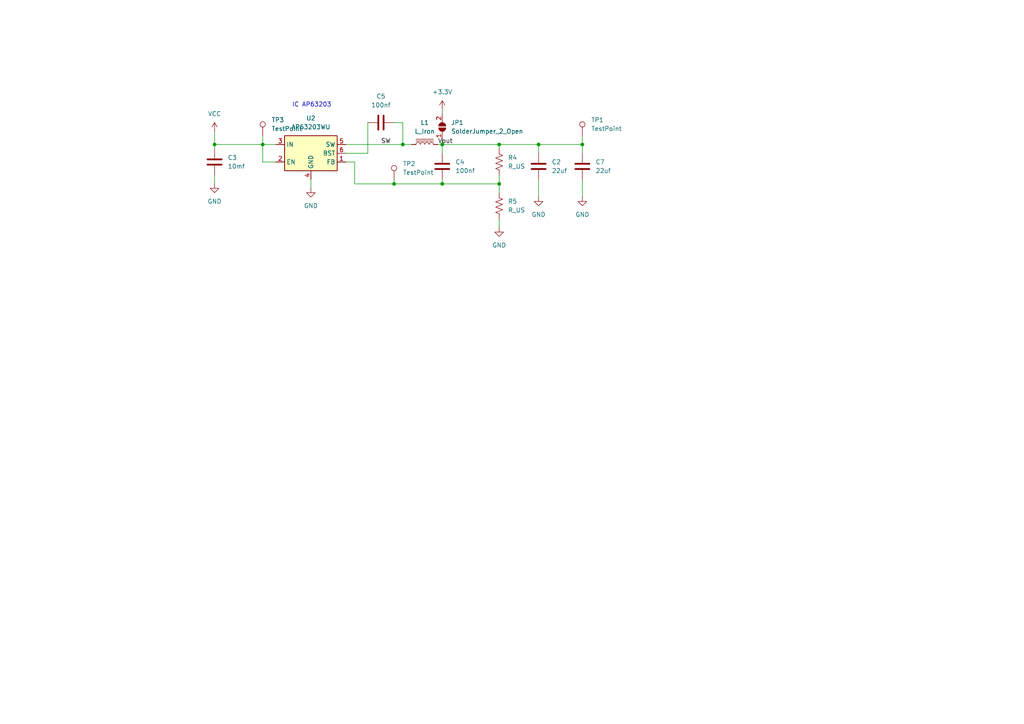
<source format=kicad_sch>
(kicad_sch
	(version 20231120)
	(generator "eeschema")
	(generator_version "8.0")
	(uuid "f319de47-5758-40a6-b80b-836c8115c4c8")
	(paper "A4")
	(lib_symbols
		(symbol "Connector:TestPoint"
			(pin_numbers hide)
			(pin_names
				(offset 0.762) hide)
			(exclude_from_sim no)
			(in_bom yes)
			(on_board yes)
			(property "Reference" "TP"
				(at 0 6.858 0)
				(effects
					(font
						(size 1.27 1.27)
					)
				)
			)
			(property "Value" "TestPoint"
				(at 0 5.08 0)
				(effects
					(font
						(size 1.27 1.27)
					)
				)
			)
			(property "Footprint" ""
				(at 5.08 0 0)
				(effects
					(font
						(size 1.27 1.27)
					)
					(hide yes)
				)
			)
			(property "Datasheet" "~"
				(at 5.08 0 0)
				(effects
					(font
						(size 1.27 1.27)
					)
					(hide yes)
				)
			)
			(property "Description" "test point"
				(at 0 0 0)
				(effects
					(font
						(size 1.27 1.27)
					)
					(hide yes)
				)
			)
			(property "ki_keywords" "test point tp"
				(at 0 0 0)
				(effects
					(font
						(size 1.27 1.27)
					)
					(hide yes)
				)
			)
			(property "ki_fp_filters" "Pin* Test*"
				(at 0 0 0)
				(effects
					(font
						(size 1.27 1.27)
					)
					(hide yes)
				)
			)
			(symbol "TestPoint_0_1"
				(circle
					(center 0 3.302)
					(radius 0.762)
					(stroke
						(width 0)
						(type default)
					)
					(fill
						(type none)
					)
				)
			)
			(symbol "TestPoint_1_1"
				(pin passive line
					(at 0 0 90)
					(length 2.54)
					(name "1"
						(effects
							(font
								(size 1.27 1.27)
							)
						)
					)
					(number "1"
						(effects
							(font
								(size 1.27 1.27)
							)
						)
					)
				)
			)
		)
		(symbol "Device:C"
			(pin_numbers hide)
			(pin_names
				(offset 0.254)
			)
			(exclude_from_sim no)
			(in_bom yes)
			(on_board yes)
			(property "Reference" "C"
				(at 0.635 2.54 0)
				(effects
					(font
						(size 1.27 1.27)
					)
					(justify left)
				)
			)
			(property "Value" "C"
				(at 0.635 -2.54 0)
				(effects
					(font
						(size 1.27 1.27)
					)
					(justify left)
				)
			)
			(property "Footprint" ""
				(at 0.9652 -3.81 0)
				(effects
					(font
						(size 1.27 1.27)
					)
					(hide yes)
				)
			)
			(property "Datasheet" "~"
				(at 0 0 0)
				(effects
					(font
						(size 1.27 1.27)
					)
					(hide yes)
				)
			)
			(property "Description" "Unpolarized capacitor"
				(at 0 0 0)
				(effects
					(font
						(size 1.27 1.27)
					)
					(hide yes)
				)
			)
			(property "ki_keywords" "cap capacitor"
				(at 0 0 0)
				(effects
					(font
						(size 1.27 1.27)
					)
					(hide yes)
				)
			)
			(property "ki_fp_filters" "C_*"
				(at 0 0 0)
				(effects
					(font
						(size 1.27 1.27)
					)
					(hide yes)
				)
			)
			(symbol "C_0_1"
				(polyline
					(pts
						(xy -2.032 -0.762) (xy 2.032 -0.762)
					)
					(stroke
						(width 0.508)
						(type default)
					)
					(fill
						(type none)
					)
				)
				(polyline
					(pts
						(xy -2.032 0.762) (xy 2.032 0.762)
					)
					(stroke
						(width 0.508)
						(type default)
					)
					(fill
						(type none)
					)
				)
			)
			(symbol "C_1_1"
				(pin passive line
					(at 0 3.81 270)
					(length 2.794)
					(name "~"
						(effects
							(font
								(size 1.27 1.27)
							)
						)
					)
					(number "1"
						(effects
							(font
								(size 1.27 1.27)
							)
						)
					)
				)
				(pin passive line
					(at 0 -3.81 90)
					(length 2.794)
					(name "~"
						(effects
							(font
								(size 1.27 1.27)
							)
						)
					)
					(number "2"
						(effects
							(font
								(size 1.27 1.27)
							)
						)
					)
				)
			)
		)
		(symbol "Device:L_Iron"
			(pin_numbers hide)
			(pin_names
				(offset 1.016) hide)
			(exclude_from_sim no)
			(in_bom yes)
			(on_board yes)
			(property "Reference" "L"
				(at -1.27 0 90)
				(effects
					(font
						(size 1.27 1.27)
					)
				)
			)
			(property "Value" "L_Iron"
				(at 2.794 0 90)
				(effects
					(font
						(size 1.27 1.27)
					)
				)
			)
			(property "Footprint" ""
				(at 0 0 0)
				(effects
					(font
						(size 1.27 1.27)
					)
					(hide yes)
				)
			)
			(property "Datasheet" "~"
				(at 0 0 0)
				(effects
					(font
						(size 1.27 1.27)
					)
					(hide yes)
				)
			)
			(property "Description" "Inductor with iron core"
				(at 0 0 0)
				(effects
					(font
						(size 1.27 1.27)
					)
					(hide yes)
				)
			)
			(property "ki_keywords" "inductor choke coil reactor magnetic"
				(at 0 0 0)
				(effects
					(font
						(size 1.27 1.27)
					)
					(hide yes)
				)
			)
			(property "ki_fp_filters" "Choke_* *Coil* Inductor_* L_*"
				(at 0 0 0)
				(effects
					(font
						(size 1.27 1.27)
					)
					(hide yes)
				)
			)
			(symbol "L_Iron_0_1"
				(arc
					(start 0 -2.54)
					(mid 0.6323 -1.905)
					(end 0 -1.27)
					(stroke
						(width 0)
						(type default)
					)
					(fill
						(type none)
					)
				)
				(arc
					(start 0 -1.27)
					(mid 0.6323 -0.635)
					(end 0 0)
					(stroke
						(width 0)
						(type default)
					)
					(fill
						(type none)
					)
				)
				(polyline
					(pts
						(xy 1.016 2.54) (xy 1.016 -2.54)
					)
					(stroke
						(width 0)
						(type default)
					)
					(fill
						(type none)
					)
				)
				(polyline
					(pts
						(xy 1.524 -2.54) (xy 1.524 2.54)
					)
					(stroke
						(width 0)
						(type default)
					)
					(fill
						(type none)
					)
				)
				(arc
					(start 0 0)
					(mid 0.6323 0.635)
					(end 0 1.27)
					(stroke
						(width 0)
						(type default)
					)
					(fill
						(type none)
					)
				)
				(arc
					(start 0 1.27)
					(mid 0.6323 1.905)
					(end 0 2.54)
					(stroke
						(width 0)
						(type default)
					)
					(fill
						(type none)
					)
				)
			)
			(symbol "L_Iron_1_1"
				(pin passive line
					(at 0 3.81 270)
					(length 1.27)
					(name "1"
						(effects
							(font
								(size 1.27 1.27)
							)
						)
					)
					(number "1"
						(effects
							(font
								(size 1.27 1.27)
							)
						)
					)
				)
				(pin passive line
					(at 0 -3.81 90)
					(length 1.27)
					(name "2"
						(effects
							(font
								(size 1.27 1.27)
							)
						)
					)
					(number "2"
						(effects
							(font
								(size 1.27 1.27)
							)
						)
					)
				)
			)
		)
		(symbol "Device:R_US"
			(pin_numbers hide)
			(pin_names
				(offset 0)
			)
			(exclude_from_sim no)
			(in_bom yes)
			(on_board yes)
			(property "Reference" "R"
				(at 2.54 0 90)
				(effects
					(font
						(size 1.27 1.27)
					)
				)
			)
			(property "Value" "R_US"
				(at -2.54 0 90)
				(effects
					(font
						(size 1.27 1.27)
					)
				)
			)
			(property "Footprint" ""
				(at 1.016 -0.254 90)
				(effects
					(font
						(size 1.27 1.27)
					)
					(hide yes)
				)
			)
			(property "Datasheet" "~"
				(at 0 0 0)
				(effects
					(font
						(size 1.27 1.27)
					)
					(hide yes)
				)
			)
			(property "Description" "Resistor, US symbol"
				(at 0 0 0)
				(effects
					(font
						(size 1.27 1.27)
					)
					(hide yes)
				)
			)
			(property "ki_keywords" "R res resistor"
				(at 0 0 0)
				(effects
					(font
						(size 1.27 1.27)
					)
					(hide yes)
				)
			)
			(property "ki_fp_filters" "R_*"
				(at 0 0 0)
				(effects
					(font
						(size 1.27 1.27)
					)
					(hide yes)
				)
			)
			(symbol "R_US_0_1"
				(polyline
					(pts
						(xy 0 -2.286) (xy 0 -2.54)
					)
					(stroke
						(width 0)
						(type default)
					)
					(fill
						(type none)
					)
				)
				(polyline
					(pts
						(xy 0 2.286) (xy 0 2.54)
					)
					(stroke
						(width 0)
						(type default)
					)
					(fill
						(type none)
					)
				)
				(polyline
					(pts
						(xy 0 -0.762) (xy 1.016 -1.143) (xy 0 -1.524) (xy -1.016 -1.905) (xy 0 -2.286)
					)
					(stroke
						(width 0)
						(type default)
					)
					(fill
						(type none)
					)
				)
				(polyline
					(pts
						(xy 0 0.762) (xy 1.016 0.381) (xy 0 0) (xy -1.016 -0.381) (xy 0 -0.762)
					)
					(stroke
						(width 0)
						(type default)
					)
					(fill
						(type none)
					)
				)
				(polyline
					(pts
						(xy 0 2.286) (xy 1.016 1.905) (xy 0 1.524) (xy -1.016 1.143) (xy 0 0.762)
					)
					(stroke
						(width 0)
						(type default)
					)
					(fill
						(type none)
					)
				)
			)
			(symbol "R_US_1_1"
				(pin passive line
					(at 0 3.81 270)
					(length 1.27)
					(name "~"
						(effects
							(font
								(size 1.27 1.27)
							)
						)
					)
					(number "1"
						(effects
							(font
								(size 1.27 1.27)
							)
						)
					)
				)
				(pin passive line
					(at 0 -3.81 90)
					(length 1.27)
					(name "~"
						(effects
							(font
								(size 1.27 1.27)
							)
						)
					)
					(number "2"
						(effects
							(font
								(size 1.27 1.27)
							)
						)
					)
				)
			)
		)
		(symbol "Jumper:SolderJumper_2_Open"
			(pin_names
				(offset 0) hide)
			(exclude_from_sim no)
			(in_bom yes)
			(on_board yes)
			(property "Reference" "JP"
				(at 0 2.032 0)
				(effects
					(font
						(size 1.27 1.27)
					)
				)
			)
			(property "Value" "SolderJumper_2_Open"
				(at 0 -2.54 0)
				(effects
					(font
						(size 1.27 1.27)
					)
				)
			)
			(property "Footprint" ""
				(at 0 0 0)
				(effects
					(font
						(size 1.27 1.27)
					)
					(hide yes)
				)
			)
			(property "Datasheet" "~"
				(at 0 0 0)
				(effects
					(font
						(size 1.27 1.27)
					)
					(hide yes)
				)
			)
			(property "Description" "Solder Jumper, 2-pole, open"
				(at 0 0 0)
				(effects
					(font
						(size 1.27 1.27)
					)
					(hide yes)
				)
			)
			(property "ki_keywords" "solder jumper SPST"
				(at 0 0 0)
				(effects
					(font
						(size 1.27 1.27)
					)
					(hide yes)
				)
			)
			(property "ki_fp_filters" "SolderJumper*Open*"
				(at 0 0 0)
				(effects
					(font
						(size 1.27 1.27)
					)
					(hide yes)
				)
			)
			(symbol "SolderJumper_2_Open_0_1"
				(arc
					(start -0.254 1.016)
					(mid -1.2656 0)
					(end -0.254 -1.016)
					(stroke
						(width 0)
						(type default)
					)
					(fill
						(type none)
					)
				)
				(arc
					(start -0.254 1.016)
					(mid -1.2656 0)
					(end -0.254 -1.016)
					(stroke
						(width 0)
						(type default)
					)
					(fill
						(type outline)
					)
				)
				(polyline
					(pts
						(xy -0.254 1.016) (xy -0.254 -1.016)
					)
					(stroke
						(width 0)
						(type default)
					)
					(fill
						(type none)
					)
				)
				(polyline
					(pts
						(xy 0.254 1.016) (xy 0.254 -1.016)
					)
					(stroke
						(width 0)
						(type default)
					)
					(fill
						(type none)
					)
				)
				(arc
					(start 0.254 -1.016)
					(mid 1.2656 0)
					(end 0.254 1.016)
					(stroke
						(width 0)
						(type default)
					)
					(fill
						(type none)
					)
				)
				(arc
					(start 0.254 -1.016)
					(mid 1.2656 0)
					(end 0.254 1.016)
					(stroke
						(width 0)
						(type default)
					)
					(fill
						(type outline)
					)
				)
			)
			(symbol "SolderJumper_2_Open_1_1"
				(pin passive line
					(at -3.81 0 0)
					(length 2.54)
					(name "A"
						(effects
							(font
								(size 1.27 1.27)
							)
						)
					)
					(number "1"
						(effects
							(font
								(size 1.27 1.27)
							)
						)
					)
				)
				(pin passive line
					(at 3.81 0 180)
					(length 2.54)
					(name "B"
						(effects
							(font
								(size 1.27 1.27)
							)
						)
					)
					(number "2"
						(effects
							(font
								(size 1.27 1.27)
							)
						)
					)
				)
			)
		)
		(symbol "Regulator_Switching:AP63203WU"
			(exclude_from_sim no)
			(in_bom yes)
			(on_board yes)
			(property "Reference" "U"
				(at -7.62 6.35 0)
				(effects
					(font
						(size 1.27 1.27)
					)
				)
			)
			(property "Value" "AP63203WU"
				(at 2.54 6.35 0)
				(effects
					(font
						(size 1.27 1.27)
					)
				)
			)
			(property "Footprint" "Package_TO_SOT_SMD:TSOT-23-6"
				(at 0 -22.86 0)
				(effects
					(font
						(size 1.27 1.27)
					)
					(hide yes)
				)
			)
			(property "Datasheet" "https://www.diodes.com/assets/Datasheets/AP63200-AP63201-AP63203-AP63205.pdf"
				(at 0 0 0)
				(effects
					(font
						(size 1.27 1.27)
					)
					(hide yes)
				)
			)
			(property "Description" "2A, 1.1MHz Buck DC/DC Converter, fixed 3.3V output voltage, TSOT-23-6"
				(at 0 0 0)
				(effects
					(font
						(size 1.27 1.27)
					)
					(hide yes)
				)
			)
			(property "ki_keywords" "2A Buck DC/DC"
				(at 0 0 0)
				(effects
					(font
						(size 1.27 1.27)
					)
					(hide yes)
				)
			)
			(property "ki_fp_filters" "TSOT?23*"
				(at 0 0 0)
				(effects
					(font
						(size 1.27 1.27)
					)
					(hide yes)
				)
			)
			(symbol "AP63203WU_0_1"
				(rectangle
					(start -7.62 5.08)
					(end 7.62 -5.08)
					(stroke
						(width 0.254)
						(type default)
					)
					(fill
						(type background)
					)
				)
			)
			(symbol "AP63203WU_1_1"
				(pin input line
					(at 10.16 -2.54 180)
					(length 2.54)
					(name "FB"
						(effects
							(font
								(size 1.27 1.27)
							)
						)
					)
					(number "1"
						(effects
							(font
								(size 1.27 1.27)
							)
						)
					)
				)
				(pin input line
					(at -10.16 -2.54 0)
					(length 2.54)
					(name "EN"
						(effects
							(font
								(size 1.27 1.27)
							)
						)
					)
					(number "2"
						(effects
							(font
								(size 1.27 1.27)
							)
						)
					)
				)
				(pin power_in line
					(at -10.16 2.54 0)
					(length 2.54)
					(name "IN"
						(effects
							(font
								(size 1.27 1.27)
							)
						)
					)
					(number "3"
						(effects
							(font
								(size 1.27 1.27)
							)
						)
					)
				)
				(pin power_in line
					(at 0 -7.62 90)
					(length 2.54)
					(name "GND"
						(effects
							(font
								(size 1.27 1.27)
							)
						)
					)
					(number "4"
						(effects
							(font
								(size 1.27 1.27)
							)
						)
					)
				)
				(pin output line
					(at 10.16 2.54 180)
					(length 2.54)
					(name "SW"
						(effects
							(font
								(size 1.27 1.27)
							)
						)
					)
					(number "5"
						(effects
							(font
								(size 1.27 1.27)
							)
						)
					)
				)
				(pin passive line
					(at 10.16 0 180)
					(length 2.54)
					(name "BST"
						(effects
							(font
								(size 1.27 1.27)
							)
						)
					)
					(number "6"
						(effects
							(font
								(size 1.27 1.27)
							)
						)
					)
				)
			)
		)
		(symbol "power:+3.3V"
			(power)
			(pin_numbers hide)
			(pin_names
				(offset 0) hide)
			(exclude_from_sim no)
			(in_bom yes)
			(on_board yes)
			(property "Reference" "#PWR"
				(at 0 -3.81 0)
				(effects
					(font
						(size 1.27 1.27)
					)
					(hide yes)
				)
			)
			(property "Value" "+3.3V"
				(at 0 3.556 0)
				(effects
					(font
						(size 1.27 1.27)
					)
				)
			)
			(property "Footprint" ""
				(at 0 0 0)
				(effects
					(font
						(size 1.27 1.27)
					)
					(hide yes)
				)
			)
			(property "Datasheet" ""
				(at 0 0 0)
				(effects
					(font
						(size 1.27 1.27)
					)
					(hide yes)
				)
			)
			(property "Description" "Power symbol creates a global label with name \"+3.3V\""
				(at 0 0 0)
				(effects
					(font
						(size 1.27 1.27)
					)
					(hide yes)
				)
			)
			(property "ki_keywords" "global power"
				(at 0 0 0)
				(effects
					(font
						(size 1.27 1.27)
					)
					(hide yes)
				)
			)
			(symbol "+3.3V_0_1"
				(polyline
					(pts
						(xy -0.762 1.27) (xy 0 2.54)
					)
					(stroke
						(width 0)
						(type default)
					)
					(fill
						(type none)
					)
				)
				(polyline
					(pts
						(xy 0 0) (xy 0 2.54)
					)
					(stroke
						(width 0)
						(type default)
					)
					(fill
						(type none)
					)
				)
				(polyline
					(pts
						(xy 0 2.54) (xy 0.762 1.27)
					)
					(stroke
						(width 0)
						(type default)
					)
					(fill
						(type none)
					)
				)
			)
			(symbol "+3.3V_1_1"
				(pin power_in line
					(at 0 0 90)
					(length 0)
					(name "~"
						(effects
							(font
								(size 1.27 1.27)
							)
						)
					)
					(number "1"
						(effects
							(font
								(size 1.27 1.27)
							)
						)
					)
				)
			)
		)
		(symbol "power:GND"
			(power)
			(pin_numbers hide)
			(pin_names
				(offset 0) hide)
			(exclude_from_sim no)
			(in_bom yes)
			(on_board yes)
			(property "Reference" "#PWR"
				(at 0 -6.35 0)
				(effects
					(font
						(size 1.27 1.27)
					)
					(hide yes)
				)
			)
			(property "Value" "GND"
				(at 0 -3.81 0)
				(effects
					(font
						(size 1.27 1.27)
					)
				)
			)
			(property "Footprint" ""
				(at 0 0 0)
				(effects
					(font
						(size 1.27 1.27)
					)
					(hide yes)
				)
			)
			(property "Datasheet" ""
				(at 0 0 0)
				(effects
					(font
						(size 1.27 1.27)
					)
					(hide yes)
				)
			)
			(property "Description" "Power symbol creates a global label with name \"GND\" , ground"
				(at 0 0 0)
				(effects
					(font
						(size 1.27 1.27)
					)
					(hide yes)
				)
			)
			(property "ki_keywords" "global power"
				(at 0 0 0)
				(effects
					(font
						(size 1.27 1.27)
					)
					(hide yes)
				)
			)
			(symbol "GND_0_1"
				(polyline
					(pts
						(xy 0 0) (xy 0 -1.27) (xy 1.27 -1.27) (xy 0 -2.54) (xy -1.27 -1.27) (xy 0 -1.27)
					)
					(stroke
						(width 0)
						(type default)
					)
					(fill
						(type none)
					)
				)
			)
			(symbol "GND_1_1"
				(pin power_in line
					(at 0 0 270)
					(length 0)
					(name "~"
						(effects
							(font
								(size 1.27 1.27)
							)
						)
					)
					(number "1"
						(effects
							(font
								(size 1.27 1.27)
							)
						)
					)
				)
			)
		)
		(symbol "power:VCC"
			(power)
			(pin_numbers hide)
			(pin_names
				(offset 0) hide)
			(exclude_from_sim no)
			(in_bom yes)
			(on_board yes)
			(property "Reference" "#PWR"
				(at 0 -3.81 0)
				(effects
					(font
						(size 1.27 1.27)
					)
					(hide yes)
				)
			)
			(property "Value" "VCC"
				(at 0 3.556 0)
				(effects
					(font
						(size 1.27 1.27)
					)
				)
			)
			(property "Footprint" ""
				(at 0 0 0)
				(effects
					(font
						(size 1.27 1.27)
					)
					(hide yes)
				)
			)
			(property "Datasheet" ""
				(at 0 0 0)
				(effects
					(font
						(size 1.27 1.27)
					)
					(hide yes)
				)
			)
			(property "Description" "Power symbol creates a global label with name \"VCC\""
				(at 0 0 0)
				(effects
					(font
						(size 1.27 1.27)
					)
					(hide yes)
				)
			)
			(property "ki_keywords" "global power"
				(at 0 0 0)
				(effects
					(font
						(size 1.27 1.27)
					)
					(hide yes)
				)
			)
			(symbol "VCC_0_1"
				(polyline
					(pts
						(xy -0.762 1.27) (xy 0 2.54)
					)
					(stroke
						(width 0)
						(type default)
					)
					(fill
						(type none)
					)
				)
				(polyline
					(pts
						(xy 0 0) (xy 0 2.54)
					)
					(stroke
						(width 0)
						(type default)
					)
					(fill
						(type none)
					)
				)
				(polyline
					(pts
						(xy 0 2.54) (xy 0.762 1.27)
					)
					(stroke
						(width 0)
						(type default)
					)
					(fill
						(type none)
					)
				)
			)
			(symbol "VCC_1_1"
				(pin power_in line
					(at 0 0 90)
					(length 0)
					(name "~"
						(effects
							(font
								(size 1.27 1.27)
							)
						)
					)
					(number "1"
						(effects
							(font
								(size 1.27 1.27)
							)
						)
					)
				)
			)
		)
	)
	(junction
		(at 116.84 41.91)
		(diameter 0)
		(color 0 0 0 0)
		(uuid "02f9472a-0198-487d-8503-8c87766beed4")
	)
	(junction
		(at 114.3 53.34)
		(diameter 0)
		(color 0 0 0 0)
		(uuid "124a4937-9438-463f-96af-e043f103cec0")
	)
	(junction
		(at 156.21 41.91)
		(diameter 0)
		(color 0 0 0 0)
		(uuid "156a4d83-9543-4afa-b218-93f8e7526d3d")
	)
	(junction
		(at 144.78 53.34)
		(diameter 0)
		(color 0 0 0 0)
		(uuid "3b1b9261-6cf9-42b0-a470-ba34b33949a5")
	)
	(junction
		(at 128.27 53.34)
		(diameter 0)
		(color 0 0 0 0)
		(uuid "67390f41-c3e9-4216-8641-4684c817f87d")
	)
	(junction
		(at 62.23 41.91)
		(diameter 0)
		(color 0 0 0 0)
		(uuid "8c3c84f5-2ef3-41ac-aedf-9d3b7f62cc7d")
	)
	(junction
		(at 168.91 41.91)
		(diameter 0)
		(color 0 0 0 0)
		(uuid "bd99ec2e-0e86-4125-9063-48b4d5ae810b")
	)
	(junction
		(at 76.2 41.91)
		(diameter 0)
		(color 0 0 0 0)
		(uuid "c02c2b91-5794-4266-ba08-fce4b1a44358")
	)
	(junction
		(at 144.78 41.91)
		(diameter 0)
		(color 0 0 0 0)
		(uuid "d95f6e3f-d27a-4028-bf15-b624d1c9c22c")
	)
	(junction
		(at 128.27 41.91)
		(diameter 0)
		(color 0 0 0 0)
		(uuid "ebc98df1-ebd3-40ee-8bf2-eaccc9682b3e")
	)
	(wire
		(pts
			(xy 127 41.91) (xy 128.27 41.91)
		)
		(stroke
			(width 0)
			(type default)
		)
		(uuid "0172034d-42fa-470a-bed6-1289095dcc28")
	)
	(wire
		(pts
			(xy 114.3 52.07) (xy 114.3 53.34)
		)
		(stroke
			(width 0)
			(type default)
		)
		(uuid "062a5881-dd76-4c43-a342-8115c0adc469")
	)
	(wire
		(pts
			(xy 90.17 52.07) (xy 90.17 54.61)
		)
		(stroke
			(width 0)
			(type default)
		)
		(uuid "0be1bb9e-cb45-49e9-92b9-d7b74aeb6caa")
	)
	(wire
		(pts
			(xy 168.91 39.37) (xy 168.91 41.91)
		)
		(stroke
			(width 0)
			(type default)
		)
		(uuid "0d24b6ea-752a-4be0-a290-c1375fc5f59d")
	)
	(wire
		(pts
			(xy 62.23 50.8) (xy 62.23 53.34)
		)
		(stroke
			(width 0)
			(type default)
		)
		(uuid "12aee748-42e8-401b-8d33-bd0e4b8a9a9e")
	)
	(wire
		(pts
			(xy 128.27 53.34) (xy 128.27 52.07)
		)
		(stroke
			(width 0)
			(type default)
		)
		(uuid "1b0484c6-07d3-461d-8683-ebbaf7aca38b")
	)
	(wire
		(pts
			(xy 80.01 41.91) (xy 76.2 41.91)
		)
		(stroke
			(width 0)
			(type default)
		)
		(uuid "23d992c6-9f69-47e9-87ac-a49dab016ebd")
	)
	(wire
		(pts
			(xy 114.3 35.56) (xy 116.84 35.56)
		)
		(stroke
			(width 0)
			(type default)
		)
		(uuid "245ff64b-da02-45e9-b10c-13be237d20bb")
	)
	(wire
		(pts
			(xy 116.84 35.56) (xy 116.84 41.91)
		)
		(stroke
			(width 0)
			(type default)
		)
		(uuid "246065f2-308b-4203-995d-9c4ada5ab0ca")
	)
	(wire
		(pts
			(xy 144.78 43.18) (xy 144.78 41.91)
		)
		(stroke
			(width 0)
			(type default)
		)
		(uuid "26b55e3d-6413-46dc-8142-b2b50cb4d9f4")
	)
	(wire
		(pts
			(xy 116.84 41.91) (xy 119.38 41.91)
		)
		(stroke
			(width 0)
			(type default)
		)
		(uuid "387bc918-bced-4728-8521-7badb780f7b4")
	)
	(wire
		(pts
			(xy 156.21 44.45) (xy 156.21 41.91)
		)
		(stroke
			(width 0)
			(type default)
		)
		(uuid "44966421-5c98-426a-b9de-4909ca61db95")
	)
	(wire
		(pts
			(xy 128.27 41.91) (xy 128.27 44.45)
		)
		(stroke
			(width 0)
			(type default)
		)
		(uuid "45094a06-6a9a-46c0-b387-23f460a35be7")
	)
	(wire
		(pts
			(xy 76.2 39.37) (xy 76.2 41.91)
		)
		(stroke
			(width 0)
			(type default)
		)
		(uuid "560c1897-d8a3-4f57-b8f2-b63b086d5daf")
	)
	(wire
		(pts
			(xy 144.78 53.34) (xy 144.78 55.88)
		)
		(stroke
			(width 0)
			(type default)
		)
		(uuid "58a63330-f2a1-479a-af85-52374945c984")
	)
	(wire
		(pts
			(xy 106.68 44.45) (xy 106.68 35.56)
		)
		(stroke
			(width 0)
			(type default)
		)
		(uuid "5c88cc42-6832-4773-ad44-3fca40f10524")
	)
	(wire
		(pts
			(xy 168.91 44.45) (xy 168.91 41.91)
		)
		(stroke
			(width 0)
			(type default)
		)
		(uuid "6a9ae448-f369-47a6-a2d3-9190771e594b")
	)
	(wire
		(pts
			(xy 76.2 41.91) (xy 62.23 41.91)
		)
		(stroke
			(width 0)
			(type default)
		)
		(uuid "6c2a6b57-725b-42bc-8376-6b471dda17d9")
	)
	(wire
		(pts
			(xy 168.91 41.91) (xy 156.21 41.91)
		)
		(stroke
			(width 0)
			(type default)
		)
		(uuid "7d81070b-09cd-4ccb-aa7b-1a7993d58a18")
	)
	(wire
		(pts
			(xy 102.87 53.34) (xy 114.3 53.34)
		)
		(stroke
			(width 0)
			(type default)
		)
		(uuid "80a21ad5-01f8-443b-89e5-cfe0834e1500")
	)
	(wire
		(pts
			(xy 156.21 41.91) (xy 144.78 41.91)
		)
		(stroke
			(width 0)
			(type default)
		)
		(uuid "8924b730-4a4a-42f9-994c-9cce008348a9")
	)
	(wire
		(pts
			(xy 100.33 44.45) (xy 106.68 44.45)
		)
		(stroke
			(width 0)
			(type default)
		)
		(uuid "95e3c8cc-3591-4227-ba0b-6cf302043226")
	)
	(wire
		(pts
			(xy 62.23 38.1) (xy 62.23 41.91)
		)
		(stroke
			(width 0)
			(type default)
		)
		(uuid "95ecfbc1-e06b-422c-9570-8175587e709f")
	)
	(wire
		(pts
			(xy 80.01 46.99) (xy 76.2 46.99)
		)
		(stroke
			(width 0)
			(type default)
		)
		(uuid "9b6b3de5-d443-436a-b7b0-c922c121f3f4")
	)
	(wire
		(pts
			(xy 62.23 41.91) (xy 62.23 43.18)
		)
		(stroke
			(width 0)
			(type default)
		)
		(uuid "9dd1c945-519e-40d3-b882-332fad481030")
	)
	(wire
		(pts
			(xy 114.3 53.34) (xy 128.27 53.34)
		)
		(stroke
			(width 0)
			(type default)
		)
		(uuid "a3a157c9-ce23-4a5e-b2ee-0aa89a148180")
	)
	(wire
		(pts
			(xy 102.87 46.99) (xy 102.87 53.34)
		)
		(stroke
			(width 0)
			(type default)
		)
		(uuid "a57ad41b-56a8-48d6-8637-d5043dca9b3c")
	)
	(wire
		(pts
			(xy 128.27 31.75) (xy 128.27 33.02)
		)
		(stroke
			(width 0)
			(type default)
		)
		(uuid "aaa05373-6689-488b-8b37-f4af86a8ae84")
	)
	(wire
		(pts
			(xy 168.91 52.07) (xy 168.91 57.15)
		)
		(stroke
			(width 0)
			(type default)
		)
		(uuid "ac2cb8c4-0487-4100-b19c-e74047329716")
	)
	(wire
		(pts
			(xy 144.78 41.91) (xy 128.27 41.91)
		)
		(stroke
			(width 0)
			(type default)
		)
		(uuid "ac473e8c-74c0-4333-aaa6-ddb83efc3bc9")
	)
	(wire
		(pts
			(xy 156.21 52.07) (xy 156.21 57.15)
		)
		(stroke
			(width 0)
			(type default)
		)
		(uuid "af5d5511-c7d9-455b-8ebb-67e903351055")
	)
	(wire
		(pts
			(xy 144.78 63.5) (xy 144.78 66.04)
		)
		(stroke
			(width 0)
			(type default)
		)
		(uuid "b2ac3b6d-3724-4c1a-80b4-02762e5a1cb2")
	)
	(wire
		(pts
			(xy 100.33 41.91) (xy 116.84 41.91)
		)
		(stroke
			(width 0)
			(type default)
		)
		(uuid "b5af619c-86f2-4e90-bb57-2c44a588d639")
	)
	(wire
		(pts
			(xy 128.27 40.64) (xy 128.27 41.91)
		)
		(stroke
			(width 0)
			(type default)
		)
		(uuid "bdcd4ade-2174-4920-b96a-c73ef72f5139")
	)
	(wire
		(pts
			(xy 128.27 53.34) (xy 144.78 53.34)
		)
		(stroke
			(width 0)
			(type default)
		)
		(uuid "ca9b1bd5-a79c-41e8-84d2-30ad2f1b8ad2")
	)
	(wire
		(pts
			(xy 76.2 46.99) (xy 76.2 41.91)
		)
		(stroke
			(width 0)
			(type default)
		)
		(uuid "cb63dae0-fe36-47e5-a74a-095d74f19851")
	)
	(wire
		(pts
			(xy 102.87 46.99) (xy 100.33 46.99)
		)
		(stroke
			(width 0)
			(type default)
		)
		(uuid "ded4e9c8-ddea-4dd3-97b7-ff8575b60da3")
	)
	(wire
		(pts
			(xy 144.78 50.8) (xy 144.78 53.34)
		)
		(stroke
			(width 0)
			(type default)
		)
		(uuid "f10a6000-cbd0-47f9-b7e0-3d0068cf2c54")
	)
	(text "IC AP63203\n"
		(exclude_from_sim no)
		(at 90.424 30.48 0)
		(effects
			(font
				(size 1.27 1.27)
			)
		)
		(uuid "82846acd-da59-4a07-840b-743d3ec581a9")
	)
	(label "Vout"
		(at 127 41.91 0)
		(fields_autoplaced yes)
		(effects
			(font
				(size 1.27 1.27)
			)
			(justify left bottom)
		)
		(uuid "43208baf-5b37-47dd-8dfd-d85ae6c67fd2")
	)
	(label "SW"
		(at 110.49 41.91 0)
		(fields_autoplaced yes)
		(effects
			(font
				(size 1.27 1.27)
			)
			(justify left bottom)
		)
		(uuid "66e5f7b2-f357-4864-94fc-3aa23564c03a")
	)
	(symbol
		(lib_id "Device:C")
		(at 62.23 46.99 0)
		(unit 1)
		(exclude_from_sim no)
		(in_bom yes)
		(on_board yes)
		(dnp no)
		(fields_autoplaced yes)
		(uuid "29ae29e1-fee5-4102-9de1-13ba5b0bf4a5")
		(property "Reference" "C3"
			(at 66.04 45.7199 0)
			(effects
				(font
					(size 1.27 1.27)
				)
				(justify left)
			)
		)
		(property "Value" "10mf"
			(at 66.04 48.2599 0)
			(effects
				(font
					(size 1.27 1.27)
				)
				(justify left)
			)
		)
		(property "Footprint" "Capacitor_SMD:C_1206_3216Metric"
			(at 63.1952 50.8 0)
			(effects
				(font
					(size 1.27 1.27)
				)
				(hide yes)
			)
		)
		(property "Datasheet" "~"
			(at 62.23 46.99 0)
			(effects
				(font
					(size 1.27 1.27)
				)
				(hide yes)
			)
		)
		(property "Description" "Unpolarized capacitor"
			(at 62.23 46.99 0)
			(effects
				(font
					(size 1.27 1.27)
				)
				(hide yes)
			)
		)
		(pin "1"
			(uuid "a0caee0f-250b-4e2f-a08b-4b82d56b7c0f")
		)
		(pin "2"
			(uuid "0fa0064f-6001-4184-a33d-b36cb287a295")
		)
		(instances
			(project "ZorionX-Nivara"
				(path "/ae5c9891-8291-492e-8a61-8ac340267b67/d47eca49-96e4-4138-8979-47bb60019f67/67b154d6-e51e-4b3c-869c-5576b054501d"
					(reference "C3")
					(unit 1)
				)
			)
		)
	)
	(symbol
		(lib_id "power:+3.3V")
		(at 128.27 31.75 0)
		(unit 1)
		(exclude_from_sim no)
		(in_bom yes)
		(on_board yes)
		(dnp no)
		(fields_autoplaced yes)
		(uuid "2a3e9313-dbfd-4db8-bddd-649e0195529d")
		(property "Reference" "#PWR03"
			(at 128.27 35.56 0)
			(effects
				(font
					(size 1.27 1.27)
				)
				(hide yes)
			)
		)
		(property "Value" "+3.3V"
			(at 128.27 26.67 0)
			(effects
				(font
					(size 1.27 1.27)
				)
			)
		)
		(property "Footprint" ""
			(at 128.27 31.75 0)
			(effects
				(font
					(size 1.27 1.27)
				)
				(hide yes)
			)
		)
		(property "Datasheet" ""
			(at 128.27 31.75 0)
			(effects
				(font
					(size 1.27 1.27)
				)
				(hide yes)
			)
		)
		(property "Description" "Power symbol creates a global label with name \"+3.3V\""
			(at 128.27 31.75 0)
			(effects
				(font
					(size 1.27 1.27)
				)
				(hide yes)
			)
		)
		(pin "1"
			(uuid "5931689b-f8ea-45e4-90c3-87e774d9c7cf")
		)
		(instances
			(project "ZorionX-Nivara"
				(path "/ae5c9891-8291-492e-8a61-8ac340267b67/d47eca49-96e4-4138-8979-47bb60019f67/67b154d6-e51e-4b3c-869c-5576b054501d"
					(reference "#PWR03")
					(unit 1)
				)
			)
		)
	)
	(symbol
		(lib_id "Device:C")
		(at 156.21 48.26 0)
		(unit 1)
		(exclude_from_sim no)
		(in_bom yes)
		(on_board yes)
		(dnp no)
		(fields_autoplaced yes)
		(uuid "5d3d4d4b-2735-40a4-b27c-d82b631448f6")
		(property "Reference" "C2"
			(at 160.02 46.9899 0)
			(effects
				(font
					(size 1.27 1.27)
				)
				(justify left)
			)
		)
		(property "Value" "22uf"
			(at 160.02 49.5299 0)
			(effects
				(font
					(size 1.27 1.27)
				)
				(justify left)
			)
		)
		(property "Footprint" "Capacitor_SMD:C_0805_2012Metric"
			(at 157.1752 52.07 0)
			(effects
				(font
					(size 1.27 1.27)
				)
				(hide yes)
			)
		)
		(property "Datasheet" "~"
			(at 156.21 48.26 0)
			(effects
				(font
					(size 1.27 1.27)
				)
				(hide yes)
			)
		)
		(property "Description" "Unpolarized capacitor"
			(at 156.21 48.26 0)
			(effects
				(font
					(size 1.27 1.27)
				)
				(hide yes)
			)
		)
		(pin "1"
			(uuid "137ce01d-e0b1-40b1-a2af-be5f024877fe")
		)
		(pin "2"
			(uuid "e9b64847-d4db-43c1-8f27-a35b8bdda5b9")
		)
		(instances
			(project "ZorionX-Nivara"
				(path "/ae5c9891-8291-492e-8a61-8ac340267b67/d47eca49-96e4-4138-8979-47bb60019f67/67b154d6-e51e-4b3c-869c-5576b054501d"
					(reference "C2")
					(unit 1)
				)
			)
		)
	)
	(symbol
		(lib_id "Device:R_US")
		(at 144.78 59.69 0)
		(unit 1)
		(exclude_from_sim no)
		(in_bom yes)
		(on_board yes)
		(dnp no)
		(fields_autoplaced yes)
		(uuid "684bb1a7-c7a8-4f4e-930a-a0e23f1a1125")
		(property "Reference" "R5"
			(at 147.32 58.4199 0)
			(effects
				(font
					(size 1.27 1.27)
				)
				(justify left)
			)
		)
		(property "Value" "R_US"
			(at 147.32 60.9599 0)
			(effects
				(font
					(size 1.27 1.27)
				)
				(justify left)
			)
		)
		(property "Footprint" "Resistor_SMD:R_0603_1608Metric"
			(at 145.796 59.944 90)
			(effects
				(font
					(size 1.27 1.27)
				)
				(hide yes)
			)
		)
		(property "Datasheet" "~"
			(at 144.78 59.69 0)
			(effects
				(font
					(size 1.27 1.27)
				)
				(hide yes)
			)
		)
		(property "Description" "Resistor, US symbol"
			(at 144.78 59.69 0)
			(effects
				(font
					(size 1.27 1.27)
				)
				(hide yes)
			)
		)
		(pin "1"
			(uuid "d0d5d58e-73e4-45cf-9547-08beff40d232")
		)
		(pin "2"
			(uuid "22f5ffda-2b53-49c3-b3d4-e75bb6f19699")
		)
		(instances
			(project "ZorionX-Nivara"
				(path "/ae5c9891-8291-492e-8a61-8ac340267b67/d47eca49-96e4-4138-8979-47bb60019f67/67b154d6-e51e-4b3c-869c-5576b054501d"
					(reference "R5")
					(unit 1)
				)
			)
		)
	)
	(symbol
		(lib_id "Connector:TestPoint")
		(at 76.2 39.37 0)
		(unit 1)
		(exclude_from_sim no)
		(in_bom yes)
		(on_board yes)
		(dnp no)
		(fields_autoplaced yes)
		(uuid "76ed4da0-5be5-4ca3-8a81-56a6cef01d08")
		(property "Reference" "TP3"
			(at 78.74 34.7979 0)
			(effects
				(font
					(size 1.27 1.27)
				)
				(justify left)
			)
		)
		(property "Value" "TestPoint"
			(at 78.74 37.3379 0)
			(effects
				(font
					(size 1.27 1.27)
				)
				(justify left)
			)
		)
		(property "Footprint" "TestPoint:TestPoint_THTPad_1.0x1.0mm_Drill0.5mm"
			(at 81.28 39.37 0)
			(effects
				(font
					(size 1.27 1.27)
				)
				(hide yes)
			)
		)
		(property "Datasheet" "~"
			(at 81.28 39.37 0)
			(effects
				(font
					(size 1.27 1.27)
				)
				(hide yes)
			)
		)
		(property "Description" "test point"
			(at 76.2 39.37 0)
			(effects
				(font
					(size 1.27 1.27)
				)
				(hide yes)
			)
		)
		(pin "1"
			(uuid "ac7e85b4-e8a8-4541-b366-f70494d74ee2")
		)
		(instances
			(project "ZorionX-Nivara"
				(path "/ae5c9891-8291-492e-8a61-8ac340267b67/d47eca49-96e4-4138-8979-47bb60019f67/67b154d6-e51e-4b3c-869c-5576b054501d"
					(reference "TP3")
					(unit 1)
				)
			)
		)
	)
	(symbol
		(lib_id "Connector:TestPoint")
		(at 114.3 52.07 0)
		(unit 1)
		(exclude_from_sim no)
		(in_bom yes)
		(on_board yes)
		(dnp no)
		(fields_autoplaced yes)
		(uuid "8691af09-986d-4f75-b191-f82707d1cc39")
		(property "Reference" "TP2"
			(at 116.84 47.4979 0)
			(effects
				(font
					(size 1.27 1.27)
				)
				(justify left)
			)
		)
		(property "Value" "TestPoint"
			(at 116.84 50.0379 0)
			(effects
				(font
					(size 1.27 1.27)
				)
				(justify left)
			)
		)
		(property "Footprint" "TestPoint:TestPoint_THTPad_1.0x1.0mm_Drill0.5mm"
			(at 119.38 52.07 0)
			(effects
				(font
					(size 1.27 1.27)
				)
				(hide yes)
			)
		)
		(property "Datasheet" "~"
			(at 119.38 52.07 0)
			(effects
				(font
					(size 1.27 1.27)
				)
				(hide yes)
			)
		)
		(property "Description" "test point"
			(at 114.3 52.07 0)
			(effects
				(font
					(size 1.27 1.27)
				)
				(hide yes)
			)
		)
		(pin "1"
			(uuid "327530f8-741b-4eb9-9d30-9f8f0ab6c2da")
		)
		(instances
			(project "ZorionX-Nivara"
				(path "/ae5c9891-8291-492e-8a61-8ac340267b67/d47eca49-96e4-4138-8979-47bb60019f67/67b154d6-e51e-4b3c-869c-5576b054501d"
					(reference "TP2")
					(unit 1)
				)
			)
		)
	)
	(symbol
		(lib_id "Device:L_Iron")
		(at 123.19 41.91 90)
		(unit 1)
		(exclude_from_sim no)
		(in_bom yes)
		(on_board yes)
		(dnp no)
		(fields_autoplaced yes)
		(uuid "8cced312-ceae-4017-8c24-86b29cdfba09")
		(property "Reference" "L1"
			(at 123.19 35.56 90)
			(effects
				(font
					(size 1.27 1.27)
				)
			)
		)
		(property "Value" "L_Iron"
			(at 123.19 38.1 90)
			(effects
				(font
					(size 1.27 1.27)
				)
			)
		)
		(property "Footprint" "Inductor_SMD:L_Bourns-SRN6028"
			(at 123.19 41.91 0)
			(effects
				(font
					(size 1.27 1.27)
				)
				(hide yes)
			)
		)
		(property "Datasheet" "~"
			(at 123.19 41.91 0)
			(effects
				(font
					(size 1.27 1.27)
				)
				(hide yes)
			)
		)
		(property "Description" "Inductor with iron core"
			(at 123.19 41.91 0)
			(effects
				(font
					(size 1.27 1.27)
				)
				(hide yes)
			)
		)
		(pin "1"
			(uuid "15bc9418-328d-43c5-b020-1fc112314ef3")
		)
		(pin "2"
			(uuid "5d6aff53-e87d-4225-916c-31837a1600b3")
		)
		(instances
			(project "ZorionX-Nivara"
				(path "/ae5c9891-8291-492e-8a61-8ac340267b67/d47eca49-96e4-4138-8979-47bb60019f67/67b154d6-e51e-4b3c-869c-5576b054501d"
					(reference "L1")
					(unit 1)
				)
			)
		)
	)
	(symbol
		(lib_id "power:GND")
		(at 168.91 57.15 0)
		(unit 1)
		(exclude_from_sim no)
		(in_bom yes)
		(on_board yes)
		(dnp no)
		(fields_autoplaced yes)
		(uuid "938a2a2a-2e5b-4ee9-bdb7-9b3cab9b94d8")
		(property "Reference" "#PWR017"
			(at 168.91 63.5 0)
			(effects
				(font
					(size 1.27 1.27)
				)
				(hide yes)
			)
		)
		(property "Value" "GND"
			(at 168.91 62.23 0)
			(effects
				(font
					(size 1.27 1.27)
				)
			)
		)
		(property "Footprint" ""
			(at 168.91 57.15 0)
			(effects
				(font
					(size 1.27 1.27)
				)
				(hide yes)
			)
		)
		(property "Datasheet" ""
			(at 168.91 57.15 0)
			(effects
				(font
					(size 1.27 1.27)
				)
				(hide yes)
			)
		)
		(property "Description" "Power symbol creates a global label with name \"GND\" , ground"
			(at 168.91 57.15 0)
			(effects
				(font
					(size 1.27 1.27)
				)
				(hide yes)
			)
		)
		(pin "1"
			(uuid "da1742dc-9898-4812-8c1a-3d12ca9731ac")
		)
		(instances
			(project "ZorionX-Nivara"
				(path "/ae5c9891-8291-492e-8a61-8ac340267b67/d47eca49-96e4-4138-8979-47bb60019f67/67b154d6-e51e-4b3c-869c-5576b054501d"
					(reference "#PWR017")
					(unit 1)
				)
			)
		)
	)
	(symbol
		(lib_id "Device:C")
		(at 110.49 35.56 90)
		(unit 1)
		(exclude_from_sim no)
		(in_bom yes)
		(on_board yes)
		(dnp no)
		(fields_autoplaced yes)
		(uuid "985583c3-5f4b-4c04-b4bd-6aa2b601455d")
		(property "Reference" "C5"
			(at 110.49 27.94 90)
			(effects
				(font
					(size 1.27 1.27)
				)
			)
		)
		(property "Value" "100nf"
			(at 110.49 30.48 90)
			(effects
				(font
					(size 1.27 1.27)
				)
			)
		)
		(property "Footprint" "Capacitor_SMD:C_0603_1608Metric"
			(at 114.3 34.5948 0)
			(effects
				(font
					(size 1.27 1.27)
				)
				(hide yes)
			)
		)
		(property "Datasheet" "~"
			(at 110.49 35.56 0)
			(effects
				(font
					(size 1.27 1.27)
				)
				(hide yes)
			)
		)
		(property "Description" "Unpolarized capacitor"
			(at 110.49 35.56 0)
			(effects
				(font
					(size 1.27 1.27)
				)
				(hide yes)
			)
		)
		(pin "1"
			(uuid "1fd1cb85-4167-4386-a7c9-2ff8765e90d0")
		)
		(pin "2"
			(uuid "b40bc729-dff4-4307-bdcf-76a388b9c0b0")
		)
		(instances
			(project "ZorionX-Nivara"
				(path "/ae5c9891-8291-492e-8a61-8ac340267b67/d47eca49-96e4-4138-8979-47bb60019f67/67b154d6-e51e-4b3c-869c-5576b054501d"
					(reference "C5")
					(unit 1)
				)
			)
		)
	)
	(symbol
		(lib_id "power:GND")
		(at 156.21 57.15 0)
		(unit 1)
		(exclude_from_sim no)
		(in_bom yes)
		(on_board yes)
		(dnp no)
		(fields_autoplaced yes)
		(uuid "9e1713c0-b1fd-435f-a89c-b18adf4e7ae7")
		(property "Reference" "#PWR016"
			(at 156.21 63.5 0)
			(effects
				(font
					(size 1.27 1.27)
				)
				(hide yes)
			)
		)
		(property "Value" "GND"
			(at 156.21 62.23 0)
			(effects
				(font
					(size 1.27 1.27)
				)
			)
		)
		(property "Footprint" ""
			(at 156.21 57.15 0)
			(effects
				(font
					(size 1.27 1.27)
				)
				(hide yes)
			)
		)
		(property "Datasheet" ""
			(at 156.21 57.15 0)
			(effects
				(font
					(size 1.27 1.27)
				)
				(hide yes)
			)
		)
		(property "Description" "Power symbol creates a global label with name \"GND\" , ground"
			(at 156.21 57.15 0)
			(effects
				(font
					(size 1.27 1.27)
				)
				(hide yes)
			)
		)
		(pin "1"
			(uuid "83831ec2-d693-462f-9ad9-dd7091ed60e8")
		)
		(instances
			(project "ZorionX-Nivara"
				(path "/ae5c9891-8291-492e-8a61-8ac340267b67/d47eca49-96e4-4138-8979-47bb60019f67/67b154d6-e51e-4b3c-869c-5576b054501d"
					(reference "#PWR016")
					(unit 1)
				)
			)
		)
	)
	(symbol
		(lib_id "Device:C")
		(at 128.27 48.26 0)
		(unit 1)
		(exclude_from_sim no)
		(in_bom yes)
		(on_board yes)
		(dnp no)
		(fields_autoplaced yes)
		(uuid "a5985ddd-dda0-4ecb-97d1-4b71af0123b8")
		(property "Reference" "C4"
			(at 132.08 46.9899 0)
			(effects
				(font
					(size 1.27 1.27)
				)
				(justify left)
			)
		)
		(property "Value" "100nf"
			(at 132.08 49.5299 0)
			(effects
				(font
					(size 1.27 1.27)
				)
				(justify left)
			)
		)
		(property "Footprint" "Capacitor_SMD:C_0603_1608Metric"
			(at 129.2352 52.07 0)
			(effects
				(font
					(size 1.27 1.27)
				)
				(hide yes)
			)
		)
		(property "Datasheet" "~"
			(at 128.27 48.26 0)
			(effects
				(font
					(size 1.27 1.27)
				)
				(hide yes)
			)
		)
		(property "Description" "Unpolarized capacitor"
			(at 128.27 48.26 0)
			(effects
				(font
					(size 1.27 1.27)
				)
				(hide yes)
			)
		)
		(pin "1"
			(uuid "2844dc33-fa94-4687-b0f5-842ef05dccf1")
		)
		(pin "2"
			(uuid "5398cf1a-f5ce-469e-aa81-7e9dd8a610d8")
		)
		(instances
			(project "ZorionX-Nivara"
				(path "/ae5c9891-8291-492e-8a61-8ac340267b67/d47eca49-96e4-4138-8979-47bb60019f67/67b154d6-e51e-4b3c-869c-5576b054501d"
					(reference "C4")
					(unit 1)
				)
			)
		)
	)
	(symbol
		(lib_id "Device:R_US")
		(at 144.78 46.99 0)
		(unit 1)
		(exclude_from_sim no)
		(in_bom yes)
		(on_board yes)
		(dnp no)
		(fields_autoplaced yes)
		(uuid "aab333d6-af03-4b2a-bbc8-4c72451a9eb3")
		(property "Reference" "R4"
			(at 147.32 45.7199 0)
			(effects
				(font
					(size 1.27 1.27)
				)
				(justify left)
			)
		)
		(property "Value" "R_US"
			(at 147.32 48.2599 0)
			(effects
				(font
					(size 1.27 1.27)
				)
				(justify left)
			)
		)
		(property "Footprint" "Resistor_SMD:R_0603_1608Metric"
			(at 145.796 47.244 90)
			(effects
				(font
					(size 1.27 1.27)
				)
				(hide yes)
			)
		)
		(property "Datasheet" "~"
			(at 144.78 46.99 0)
			(effects
				(font
					(size 1.27 1.27)
				)
				(hide yes)
			)
		)
		(property "Description" "Resistor, US symbol"
			(at 144.78 46.99 0)
			(effects
				(font
					(size 1.27 1.27)
				)
				(hide yes)
			)
		)
		(pin "1"
			(uuid "b0569910-579e-4d3c-9bb3-f0408d17f0ad")
		)
		(pin "2"
			(uuid "3e582a5a-5288-4afe-8c13-726c89d8ad67")
		)
		(instances
			(project "ZorionX-Nivara"
				(path "/ae5c9891-8291-492e-8a61-8ac340267b67/d47eca49-96e4-4138-8979-47bb60019f67/67b154d6-e51e-4b3c-869c-5576b054501d"
					(reference "R4")
					(unit 1)
				)
			)
		)
	)
	(symbol
		(lib_id "power:GND")
		(at 62.23 53.34 0)
		(unit 1)
		(exclude_from_sim no)
		(in_bom yes)
		(on_board yes)
		(dnp no)
		(fields_autoplaced yes)
		(uuid "b034d37f-bcc7-4d53-bdbc-0294c2b0ecd1")
		(property "Reference" "#PWR013"
			(at 62.23 59.69 0)
			(effects
				(font
					(size 1.27 1.27)
				)
				(hide yes)
			)
		)
		(property "Value" "GND"
			(at 62.23 58.42 0)
			(effects
				(font
					(size 1.27 1.27)
				)
			)
		)
		(property "Footprint" ""
			(at 62.23 53.34 0)
			(effects
				(font
					(size 1.27 1.27)
				)
				(hide yes)
			)
		)
		(property "Datasheet" ""
			(at 62.23 53.34 0)
			(effects
				(font
					(size 1.27 1.27)
				)
				(hide yes)
			)
		)
		(property "Description" "Power symbol creates a global label with name \"GND\" , ground"
			(at 62.23 53.34 0)
			(effects
				(font
					(size 1.27 1.27)
				)
				(hide yes)
			)
		)
		(pin "1"
			(uuid "c5303380-5156-4d66-82c4-863fa0506d9d")
		)
		(instances
			(project "ZorionX-Nivara"
				(path "/ae5c9891-8291-492e-8a61-8ac340267b67/d47eca49-96e4-4138-8979-47bb60019f67/67b154d6-e51e-4b3c-869c-5576b054501d"
					(reference "#PWR013")
					(unit 1)
				)
			)
		)
	)
	(symbol
		(lib_id "power:GND")
		(at 90.17 54.61 0)
		(unit 1)
		(exclude_from_sim no)
		(in_bom yes)
		(on_board yes)
		(dnp no)
		(fields_autoplaced yes)
		(uuid "b05ebc36-7a7a-4e3a-9759-f26ca7f88168")
		(property "Reference" "#PWR014"
			(at 90.17 60.96 0)
			(effects
				(font
					(size 1.27 1.27)
				)
				(hide yes)
			)
		)
		(property "Value" "GND"
			(at 90.17 59.69 0)
			(effects
				(font
					(size 1.27 1.27)
				)
			)
		)
		(property "Footprint" ""
			(at 90.17 54.61 0)
			(effects
				(font
					(size 1.27 1.27)
				)
				(hide yes)
			)
		)
		(property "Datasheet" ""
			(at 90.17 54.61 0)
			(effects
				(font
					(size 1.27 1.27)
				)
				(hide yes)
			)
		)
		(property "Description" "Power symbol creates a global label with name \"GND\" , ground"
			(at 90.17 54.61 0)
			(effects
				(font
					(size 1.27 1.27)
				)
				(hide yes)
			)
		)
		(pin "1"
			(uuid "a80d8d8b-42a3-452f-a744-a379b846f344")
		)
		(instances
			(project "ZorionX-Nivara"
				(path "/ae5c9891-8291-492e-8a61-8ac340267b67/d47eca49-96e4-4138-8979-47bb60019f67/67b154d6-e51e-4b3c-869c-5576b054501d"
					(reference "#PWR014")
					(unit 1)
				)
			)
		)
	)
	(symbol
		(lib_id "Connector:TestPoint")
		(at 168.91 39.37 0)
		(unit 1)
		(exclude_from_sim no)
		(in_bom yes)
		(on_board yes)
		(dnp no)
		(fields_autoplaced yes)
		(uuid "b64dd4d7-d7cb-4925-9fd7-553be9e7eca5")
		(property "Reference" "TP1"
			(at 171.45 34.7979 0)
			(effects
				(font
					(size 1.27 1.27)
				)
				(justify left)
			)
		)
		(property "Value" "TestPoint"
			(at 171.45 37.3379 0)
			(effects
				(font
					(size 1.27 1.27)
				)
				(justify left)
			)
		)
		(property "Footprint" "TestPoint:TestPoint_THTPad_1.0x1.0mm_Drill0.5mm"
			(at 173.99 39.37 0)
			(effects
				(font
					(size 1.27 1.27)
				)
				(hide yes)
			)
		)
		(property "Datasheet" "~"
			(at 173.99 39.37 0)
			(effects
				(font
					(size 1.27 1.27)
				)
				(hide yes)
			)
		)
		(property "Description" "test point"
			(at 168.91 39.37 0)
			(effects
				(font
					(size 1.27 1.27)
				)
				(hide yes)
			)
		)
		(pin "1"
			(uuid "428d42ee-e884-431e-8e21-bf8c1ec6edd1")
		)
		(instances
			(project "ZorionX-Nivara"
				(path "/ae5c9891-8291-492e-8a61-8ac340267b67/d47eca49-96e4-4138-8979-47bb60019f67/67b154d6-e51e-4b3c-869c-5576b054501d"
					(reference "TP1")
					(unit 1)
				)
			)
		)
	)
	(symbol
		(lib_id "power:VCC")
		(at 62.23 38.1 0)
		(unit 1)
		(exclude_from_sim no)
		(in_bom yes)
		(on_board yes)
		(dnp no)
		(fields_autoplaced yes)
		(uuid "c9b16a48-1846-432b-99f6-1cde454caac5")
		(property "Reference" "#PWR012"
			(at 62.23 41.91 0)
			(effects
				(font
					(size 1.27 1.27)
				)
				(hide yes)
			)
		)
		(property "Value" "VCC"
			(at 62.23 33.02 0)
			(effects
				(font
					(size 1.27 1.27)
				)
			)
		)
		(property "Footprint" ""
			(at 62.23 38.1 0)
			(effects
				(font
					(size 1.27 1.27)
				)
				(hide yes)
			)
		)
		(property "Datasheet" ""
			(at 62.23 38.1 0)
			(effects
				(font
					(size 1.27 1.27)
				)
				(hide yes)
			)
		)
		(property "Description" "Power symbol creates a global label with name \"VCC\""
			(at 62.23 38.1 0)
			(effects
				(font
					(size 1.27 1.27)
				)
				(hide yes)
			)
		)
		(pin "1"
			(uuid "bac99cb9-d807-4b28-a355-3d29608acbba")
		)
		(instances
			(project "ZorionX-Nivara"
				(path "/ae5c9891-8291-492e-8a61-8ac340267b67/d47eca49-96e4-4138-8979-47bb60019f67/67b154d6-e51e-4b3c-869c-5576b054501d"
					(reference "#PWR012")
					(unit 1)
				)
			)
		)
	)
	(symbol
		(lib_id "Device:C")
		(at 168.91 48.26 0)
		(unit 1)
		(exclude_from_sim no)
		(in_bom yes)
		(on_board yes)
		(dnp no)
		(fields_autoplaced yes)
		(uuid "d3524c52-9950-4d9d-9ab9-f2b25c0589b8")
		(property "Reference" "C7"
			(at 172.72 46.9899 0)
			(effects
				(font
					(size 1.27 1.27)
				)
				(justify left)
			)
		)
		(property "Value" "22uf"
			(at 172.72 49.5299 0)
			(effects
				(font
					(size 1.27 1.27)
				)
				(justify left)
			)
		)
		(property "Footprint" "Capacitor_SMD:C_0805_2012Metric"
			(at 169.8752 52.07 0)
			(effects
				(font
					(size 1.27 1.27)
				)
				(hide yes)
			)
		)
		(property "Datasheet" "~"
			(at 168.91 48.26 0)
			(effects
				(font
					(size 1.27 1.27)
				)
				(hide yes)
			)
		)
		(property "Description" "Unpolarized capacitor"
			(at 168.91 48.26 0)
			(effects
				(font
					(size 1.27 1.27)
				)
				(hide yes)
			)
		)
		(pin "1"
			(uuid "f47156b7-6379-4a31-8c42-be97aa54ec01")
		)
		(pin "2"
			(uuid "e11ca248-8446-4c2c-85b7-6ad98e46f6ca")
		)
		(instances
			(project "ZorionX-Nivara"
				(path "/ae5c9891-8291-492e-8a61-8ac340267b67/d47eca49-96e4-4138-8979-47bb60019f67/67b154d6-e51e-4b3c-869c-5576b054501d"
					(reference "C7")
					(unit 1)
				)
			)
		)
	)
	(symbol
		(lib_id "power:GND")
		(at 144.78 66.04 0)
		(unit 1)
		(exclude_from_sim no)
		(in_bom yes)
		(on_board yes)
		(dnp no)
		(fields_autoplaced yes)
		(uuid "ec54d0fe-66ef-4498-bfc9-09a7311036c8")
		(property "Reference" "#PWR015"
			(at 144.78 72.39 0)
			(effects
				(font
					(size 1.27 1.27)
				)
				(hide yes)
			)
		)
		(property "Value" "GND"
			(at 144.78 71.12 0)
			(effects
				(font
					(size 1.27 1.27)
				)
			)
		)
		(property "Footprint" ""
			(at 144.78 66.04 0)
			(effects
				(font
					(size 1.27 1.27)
				)
				(hide yes)
			)
		)
		(property "Datasheet" ""
			(at 144.78 66.04 0)
			(effects
				(font
					(size 1.27 1.27)
				)
				(hide yes)
			)
		)
		(property "Description" "Power symbol creates a global label with name \"GND\" , ground"
			(at 144.78 66.04 0)
			(effects
				(font
					(size 1.27 1.27)
				)
				(hide yes)
			)
		)
		(pin "1"
			(uuid "56421fb7-a274-413f-9ce2-b0ee5f69989d")
		)
		(instances
			(project "ZorionX-Nivara"
				(path "/ae5c9891-8291-492e-8a61-8ac340267b67/d47eca49-96e4-4138-8979-47bb60019f67/67b154d6-e51e-4b3c-869c-5576b054501d"
					(reference "#PWR015")
					(unit 1)
				)
			)
		)
	)
	(symbol
		(lib_id "Jumper:SolderJumper_2_Open")
		(at 128.27 36.83 90)
		(unit 1)
		(exclude_from_sim no)
		(in_bom yes)
		(on_board yes)
		(dnp no)
		(fields_autoplaced yes)
		(uuid "efa29a20-cbce-4844-bde5-6e21ccaa8364")
		(property "Reference" "JP1"
			(at 130.81 35.5599 90)
			(effects
				(font
					(size 1.27 1.27)
				)
				(justify right)
			)
		)
		(property "Value" "SolderJumper_2_Open"
			(at 130.81 38.0999 90)
			(effects
				(font
					(size 1.27 1.27)
				)
				(justify right)
			)
		)
		(property "Footprint" "Jumper:SolderJumper-2_P1.3mm_Open_RoundedPad1.0x1.5mm"
			(at 128.27 36.83 0)
			(effects
				(font
					(size 1.27 1.27)
				)
				(hide yes)
			)
		)
		(property "Datasheet" "~"
			(at 128.27 36.83 0)
			(effects
				(font
					(size 1.27 1.27)
				)
				(hide yes)
			)
		)
		(property "Description" "Solder Jumper, 2-pole, open"
			(at 128.27 36.83 0)
			(effects
				(font
					(size 1.27 1.27)
				)
				(hide yes)
			)
		)
		(pin "1"
			(uuid "f6bc27ad-3e3a-4be8-aad2-5c69a65fbbcc")
		)
		(pin "2"
			(uuid "d7066baf-b380-4860-acf0-8e7ab1b91832")
		)
		(instances
			(project "ZorionX-Nivara"
				(path "/ae5c9891-8291-492e-8a61-8ac340267b67/d47eca49-96e4-4138-8979-47bb60019f67/67b154d6-e51e-4b3c-869c-5576b054501d"
					(reference "JP1")
					(unit 1)
				)
			)
		)
	)
	(symbol
		(lib_id "Regulator_Switching:AP63203WU")
		(at 90.17 44.45 0)
		(unit 1)
		(exclude_from_sim no)
		(in_bom yes)
		(on_board yes)
		(dnp no)
		(fields_autoplaced yes)
		(uuid "f87bfa4e-edab-4eea-8bfb-7d727b2d9aa6")
		(property "Reference" "U2"
			(at 90.17 34.29 0)
			(effects
				(font
					(size 1.27 1.27)
				)
			)
		)
		(property "Value" "AP63203WU"
			(at 90.17 36.83 0)
			(effects
				(font
					(size 1.27 1.27)
				)
			)
		)
		(property "Footprint" "Package_TO_SOT_SMD:TSOT-23-6"
			(at 90.17 67.31 0)
			(effects
				(font
					(size 1.27 1.27)
				)
				(hide yes)
			)
		)
		(property "Datasheet" "https://www.diodes.com/assets/Datasheets/AP63200-AP63201-AP63203-AP63205.pdf"
			(at 90.17 44.45 0)
			(effects
				(font
					(size 1.27 1.27)
				)
				(hide yes)
			)
		)
		(property "Description" "2A, 1.1MHz Buck DC/DC Converter, fixed 3.3V output voltage, TSOT-23-6"
			(at 90.17 44.45 0)
			(effects
				(font
					(size 1.27 1.27)
				)
				(hide yes)
			)
		)
		(pin "1"
			(uuid "5e06ee8b-6e72-47ce-87ef-ba8ddb0380f7")
		)
		(pin "3"
			(uuid "d0deb854-f049-48dc-82d1-ef1df496fde9")
		)
		(pin "2"
			(uuid "71b30ab0-8087-47ac-9668-03032faf141a")
		)
		(pin "5"
			(uuid "06bebf3a-3577-47fa-8651-afb2778352ee")
		)
		(pin "4"
			(uuid "14ed05d4-7ef0-4747-9ed0-1c8879a8bcf8")
		)
		(pin "6"
			(uuid "e679bddf-dc5f-418a-ad12-a9c71c773ee0")
		)
		(instances
			(project "ZorionX-Nivara"
				(path "/ae5c9891-8291-492e-8a61-8ac340267b67/d47eca49-96e4-4138-8979-47bb60019f67/67b154d6-e51e-4b3c-869c-5576b054501d"
					(reference "U2")
					(unit 1)
				)
			)
		)
	)
)
</source>
